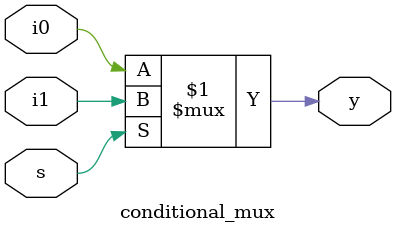
<source format=v>
module conditional_mux(i0,i1,s,y);
input i0,i1,s;
output y;
assign y=s?i1:i0;
endmodule

</source>
